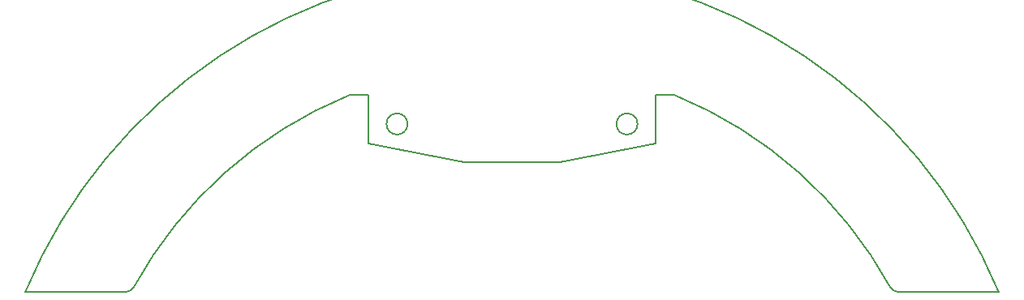
<source format=gko>
G04 #@! TF.GenerationSoftware,KiCad,Pcbnew,(5.1.6)-1*
G04 #@! TF.CreationDate,2021-05-12T18:04:34+09:00*
G04 #@! TF.ProjectId,FollowingSensor1.0,466f6c6c-6f77-4696-9e67-53656e736f72,rev?*
G04 #@! TF.SameCoordinates,Original*
G04 #@! TF.FileFunction,Profile,NP*
%FSLAX46Y46*%
G04 Gerber Fmt 4.6, Leading zero omitted, Abs format (unit mm)*
G04 Created by KiCad (PCBNEW (5.1.6)-1) date 2021-05-12 18:04:34*
%MOMM*%
%LPD*%
G01*
G04 APERTURE LIST*
G04 #@! TA.AperFunction,Profile*
%ADD10C,0.200000*%
G04 #@! TD*
G04 APERTURE END LIST*
D10*
X163100000Y-83000000D02*
G75*
G03*
X163100000Y-83000000I-1100000J0D01*
G01*
X165000000Y-85000000D02*
X165000000Y-80000000D01*
X135000000Y-80000000D02*
X135000000Y-85000000D01*
X110550210Y-100015527D02*
G75*
G02*
X133000000Y-80000000I39449790J-21649806D01*
G01*
X110550211Y-100015527D02*
G75*
G02*
X109673549Y-100534420I-876662J481107D01*
G01*
X99221220Y-100534420D02*
X109673549Y-100534420D01*
X133000000Y-80000000D02*
X135000000Y-80000000D01*
X99221220Y-100534420D02*
G75*
G02*
X200778780Y-100534420I50778780J-21130913D01*
G01*
X165000000Y-80000000D02*
X167000000Y-80000000D01*
X145000000Y-87000000D02*
X155000000Y-87000000D01*
X135000000Y-85000000D02*
X145000000Y-87000000D01*
X167000000Y-80000001D02*
G75*
G02*
X189449789Y-100015527I-17000000J-41665332D01*
G01*
X155000000Y-87000000D02*
X165000000Y-85000000D01*
X190326451Y-100534420D02*
G75*
G02*
X189449789Y-100015527I0J1000000D01*
G01*
X190326451Y-100534420D02*
X200778780Y-100534420D01*
X139100000Y-83000000D02*
G75*
G03*
X139100000Y-83000000I-1100000J0D01*
G01*
M02*

</source>
